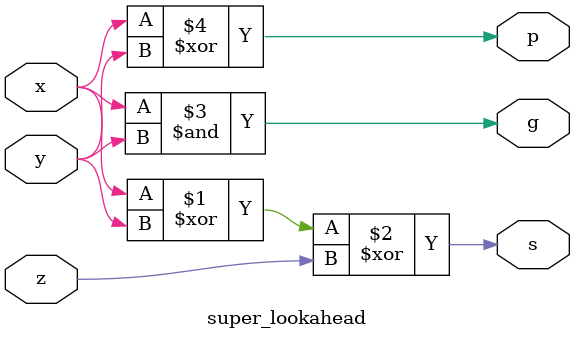
<source format=sv>
module lookahead_adder (
	input logic [15:0] A, B,
	input logic        cin,
	output logic [15:0] S,
	output logic       cout
);

/**logic c0, c1, c2;
logic [3:0] P;
logic [3:0] G;

lookahead la0(.a,.b,c[0],s,p,g) 
always_comb
begin
c0 = (0&P[0]) | G[0] 
 input c_in,
c1 = (0&P[0} & P[1] | G[0] & G[1]) //
end **/

/**module lookahead (input [3:0] A, B, 
 input c_in,
 output logic [3:0] S,
 output logic p, g);

endmodule

module full_adder (input x, y, z,
 output logic s, c);
assign s = x^y^z;
assign c = (x&y)|(y&z)|(x&z);
endmodule**/

//	  logic c1out, c2out, c3out;
		logic [3:0] pg;
		logic [3:0] gg;
		logic cout1, cout2, cout3;
		
	  loadadder la0(.A(A[3:0]), .B(B[3:0]), .cin(cin), .s(S[3:0]), .pg(pg[0]), .gg(gg[0]));
	  loadadder la1 (.A(A[7:4]), .B(B[7:4]), .cin(cout1), .s(S[7:4]), .pg(pg[1]), .gg(gg[1]));
	  loadadder la2(.A(A[11:8]), .B(B[11:8]), .cin(cout2), .s(S[11:8]),.pg(pg[2]), .gg(gg[2]));
	  loadadder la3(.A(A[15:12]), .B(B[15:12]), .cin(cout3), .s(S[15:12]), .pg(pg[3]), .gg(gg[3]));
	  
	  assign cout1 = (gg[0] | cin & pg[0]);
	  assign cout2 = gg[1] | gg[0] & pg[1] | cin & pg[0] & pg[1];
	  assign cout3 = gg[2] | gg[1] & pg[2] | gg[0] & pg[2] &pg[1] | cin & pg[2] & pg[1] & pg[0];
	  
	  assign cout = gg[3] | gg[2] & pg[3] | gg[1] & pg[2] & pg[3] | gg[0] & pg[3] & pg[2] & pg[1] | cin & pg[3] & pg[2] & pg[1] & pg[0];
	  

endmodule
module loadadder(input logic [3:0]A,B,
					input logic cin,
					output logic [3:0] s,
					output logic pg, gg);
					
		logic [3:0] p;
		logic [3:0] g;
		logic 		c0,c1,c2,c3;


super_lookahead SL0(.x(A[0]), .y(B[0]), .z(c0), .s(s[0]), .g(g[0]), .p(p[0]));  
super_lookahead SL1(.x(A[1]), .y(B[1]), .z(c1), .s(s[1]), .g(g[1]), .p(p[1]));  
super_lookahead SL2(.x(A[2]), .y(B[2]), .z(c2), .s(s[2]), .g(g[2]), .p(p[2]));  
super_lookahead SL3(.x(A[3]), .y(B[3]), .z(c3), .s(s[3]), .g(g[3]), .p(p[3]));  

		assign c0 = cin;
		assign c1 = cin & p[0] | g[0];
		assign c2 = cin & p[0] & p[1] | g[0] & p[1] | g[1];
	   assign c3 = cin & p[0] & p[1] & p[2] | g[0] & p[1] & p[2] | g[1] & p[2] | g[2];
	  //cout1 = gg[0] + c[0] & pg[0];
	  
	 assign pg = ( p[0] & p[1] & p[2] & p[3]);
	 assign gg = g[3] | (g[2] & p[3] | g[1] & p[3] & p[2]) | (g[0] & p[3] & p[2] & p[1]);


endmodule
module super_lookahead	 (input logic x, y, z,
						  output logic s, p, g);
		assign s = (x^y^z);
		assign g = (x & y);
		assign p = (x ^ y);

endmodule
</source>
